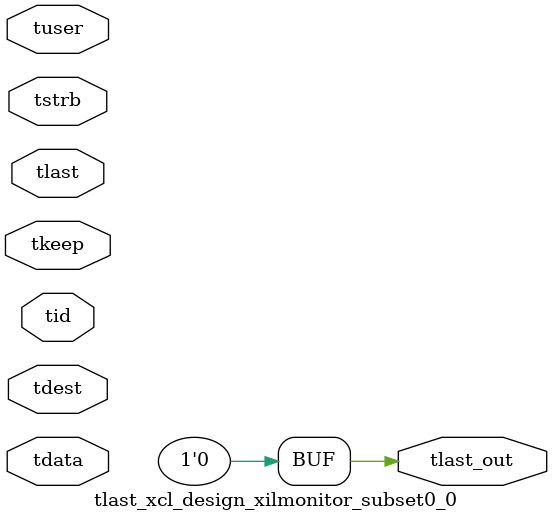
<source format=v>


`timescale 1ps/1ps

module tlast_xcl_design_xilmonitor_subset0_0 #
(
parameter C_S_AXIS_TID_WIDTH   = 1,
parameter C_S_AXIS_TUSER_WIDTH = 0,
parameter C_S_AXIS_TDATA_WIDTH = 0,
parameter C_S_AXIS_TDEST_WIDTH = 0
)
(
input  [(C_S_AXIS_TID_WIDTH   == 0 ? 1 : C_S_AXIS_TID_WIDTH)-1:0       ] tid,
input  [(C_S_AXIS_TDATA_WIDTH == 0 ? 1 : C_S_AXIS_TDATA_WIDTH)-1:0     ] tdata,
input  [(C_S_AXIS_TUSER_WIDTH == 0 ? 1 : C_S_AXIS_TUSER_WIDTH)-1:0     ] tuser,
input  [(C_S_AXIS_TDEST_WIDTH == 0 ? 1 : C_S_AXIS_TDEST_WIDTH)-1:0     ] tdest,
input  [(C_S_AXIS_TDATA_WIDTH/8)-1:0 ] tkeep,
input  [(C_S_AXIS_TDATA_WIDTH/8)-1:0 ] tstrb,
input  [0:0]                                                             tlast,
output                                                                   tlast_out
);

assign tlast_out = {1'b0};

endmodule


</source>
